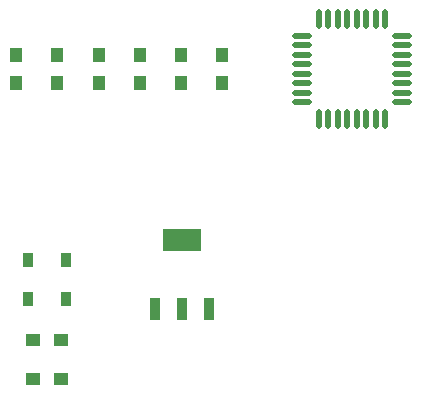
<source format=gbp>
G04 Layer_Color=128*
%FSLAX24Y24*%
%MOIN*%
G70*
G01*
G75*
%ADD10R,0.0512X0.0413*%
%ADD27R,0.0358X0.0480*%
%ADD28R,0.0413X0.0512*%
%ADD29R,0.1260X0.0748*%
%ADD30R,0.0354X0.0748*%
%ADD31O,0.0217X0.0650*%
%ADD32O,0.0650X0.0217*%
D10*
X4463Y4500D02*
D03*
X3537D02*
D03*
X4463Y5800D02*
D03*
X3537D02*
D03*
D27*
X3356Y7195D02*
D03*
X4644D02*
D03*
X3356Y8495D02*
D03*
X4644D02*
D03*
D28*
X4354Y15309D02*
D03*
Y14384D02*
D03*
X5728Y15309D02*
D03*
Y14384D02*
D03*
X7102Y15309D02*
D03*
Y14384D02*
D03*
X8476Y15309D02*
D03*
Y14384D02*
D03*
X9850Y15309D02*
D03*
Y14384D02*
D03*
X2980Y15309D02*
D03*
Y14384D02*
D03*
D29*
X8500Y9161D02*
D03*
D30*
X7594Y6839D02*
D03*
X8500D02*
D03*
X9406D02*
D03*
D31*
X15277Y16500D02*
D03*
X14962D02*
D03*
X14647D02*
D03*
X14332D02*
D03*
X14017D02*
D03*
X13702D02*
D03*
X13387D02*
D03*
X13073D02*
D03*
Y13193D02*
D03*
X13387D02*
D03*
X13702D02*
D03*
X14017D02*
D03*
X14332D02*
D03*
X14647D02*
D03*
X14962D02*
D03*
X15277D02*
D03*
D32*
X12521Y15949D02*
D03*
Y15634D02*
D03*
Y15319D02*
D03*
Y15004D02*
D03*
Y14689D02*
D03*
Y14374D02*
D03*
Y14059D02*
D03*
Y13744D02*
D03*
X15828D02*
D03*
Y14059D02*
D03*
Y14374D02*
D03*
Y14689D02*
D03*
Y15004D02*
D03*
Y15319D02*
D03*
Y15634D02*
D03*
Y15949D02*
D03*
M02*

</source>
